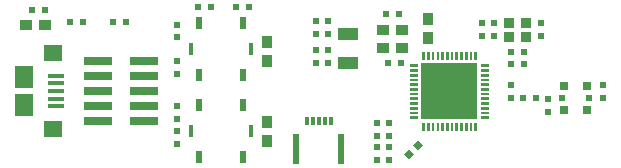
<source format=gtp>
G75*
%MOIN*%
%OFA0B0*%
%FSLAX25Y25*%
%IPPOS*%
%LPD*%
%AMOC8*
5,1,8,0,0,1.08239X$1,22.5*
%
%ADD10C,0.00236*%
%ADD11R,0.18504X0.18504*%
%ADD12R,0.03740X0.03346*%
%ADD13R,0.02362X0.02362*%
%ADD14R,0.04134X0.03543*%
%ADD15R,0.02362X0.02362*%
%ADD16R,0.03543X0.04134*%
%ADD17R,0.07087X0.03937*%
%ADD18R,0.03150X0.02953*%
%ADD19R,0.02283X0.01969*%
%ADD20R,0.01378X0.03150*%
%ADD21R,0.02362X0.10236*%
%ADD22R,0.09449X0.02992*%
%ADD23R,0.05315X0.01575*%
%ADD24R,0.06299X0.05512*%
%ADD25R,0.06102X0.07480*%
%ADD26R,0.02362X0.03937*%
%ADD27R,0.01772X0.03937*%
D10*
X0137784Y0037339D02*
X0140106Y0037339D01*
X0137784Y0037339D02*
X0137784Y0037889D01*
X0140106Y0037889D01*
X0140106Y0037339D01*
X0140106Y0037574D02*
X0137784Y0037574D01*
X0137784Y0037809D02*
X0140106Y0037809D01*
X0140106Y0038914D02*
X0137784Y0038914D01*
X0137784Y0039464D01*
X0140106Y0039464D01*
X0140106Y0038914D01*
X0140106Y0039149D02*
X0137784Y0039149D01*
X0137784Y0039384D02*
X0140106Y0039384D01*
X0140106Y0040489D02*
X0137784Y0040489D01*
X0137784Y0041039D01*
X0140106Y0041039D01*
X0140106Y0040489D01*
X0140106Y0040724D02*
X0137784Y0040724D01*
X0137784Y0040959D02*
X0140106Y0040959D01*
X0140106Y0042064D02*
X0137784Y0042064D01*
X0137784Y0042614D01*
X0140106Y0042614D01*
X0140106Y0042064D01*
X0140106Y0042299D02*
X0137784Y0042299D01*
X0137784Y0042534D02*
X0140106Y0042534D01*
X0140106Y0043638D02*
X0137784Y0043638D01*
X0137784Y0044188D01*
X0140106Y0044188D01*
X0140106Y0043638D01*
X0140106Y0043873D02*
X0137784Y0043873D01*
X0137784Y0044108D02*
X0140106Y0044108D01*
X0140106Y0045213D02*
X0137784Y0045213D01*
X0137784Y0045763D01*
X0140106Y0045763D01*
X0140106Y0045213D01*
X0140106Y0045448D02*
X0137784Y0045448D01*
X0137784Y0045683D02*
X0140106Y0045683D01*
X0140106Y0046788D02*
X0137784Y0046788D01*
X0137784Y0047338D01*
X0140106Y0047338D01*
X0140106Y0046788D01*
X0140106Y0047023D02*
X0137784Y0047023D01*
X0137784Y0047258D02*
X0140106Y0047258D01*
X0140106Y0048363D02*
X0137784Y0048363D01*
X0137784Y0048913D01*
X0140106Y0048913D01*
X0140106Y0048363D01*
X0140106Y0048598D02*
X0137784Y0048598D01*
X0137784Y0048833D02*
X0140106Y0048833D01*
X0140106Y0049938D02*
X0137784Y0049938D01*
X0137784Y0050488D01*
X0140106Y0050488D01*
X0140106Y0049938D01*
X0140106Y0050173D02*
X0137784Y0050173D01*
X0137784Y0050408D02*
X0140106Y0050408D01*
X0140106Y0051512D02*
X0137784Y0051512D01*
X0137784Y0052062D01*
X0140106Y0052062D01*
X0140106Y0051512D01*
X0140106Y0051747D02*
X0137784Y0051747D01*
X0137784Y0051982D02*
X0140106Y0051982D01*
X0140106Y0053087D02*
X0137784Y0053087D01*
X0137784Y0053637D01*
X0140106Y0053637D01*
X0140106Y0053087D01*
X0140106Y0053322D02*
X0137784Y0053322D01*
X0137784Y0053557D02*
X0140106Y0053557D01*
X0140106Y0054662D02*
X0137784Y0054662D01*
X0137784Y0055212D01*
X0140106Y0055212D01*
X0140106Y0054662D01*
X0140106Y0054897D02*
X0137784Y0054897D01*
X0137784Y0055132D02*
X0140106Y0055132D01*
X0141819Y0056926D02*
X0141819Y0059248D01*
X0142369Y0059248D01*
X0142369Y0056926D01*
X0141819Y0056926D01*
X0141819Y0057161D02*
X0142369Y0057161D01*
X0142369Y0057396D02*
X0141819Y0057396D01*
X0141819Y0057631D02*
X0142369Y0057631D01*
X0142369Y0057866D02*
X0141819Y0057866D01*
X0141819Y0058101D02*
X0142369Y0058101D01*
X0142369Y0058336D02*
X0141819Y0058336D01*
X0141819Y0058571D02*
X0142369Y0058571D01*
X0142369Y0058806D02*
X0141819Y0058806D01*
X0141819Y0059041D02*
X0142369Y0059041D01*
X0143394Y0059248D02*
X0143394Y0056926D01*
X0143394Y0059248D02*
X0143944Y0059248D01*
X0143944Y0056926D01*
X0143394Y0056926D01*
X0143394Y0057161D02*
X0143944Y0057161D01*
X0143944Y0057396D02*
X0143394Y0057396D01*
X0143394Y0057631D02*
X0143944Y0057631D01*
X0143944Y0057866D02*
X0143394Y0057866D01*
X0143394Y0058101D02*
X0143944Y0058101D01*
X0143944Y0058336D02*
X0143394Y0058336D01*
X0143394Y0058571D02*
X0143944Y0058571D01*
X0143944Y0058806D02*
X0143394Y0058806D01*
X0143394Y0059041D02*
X0143944Y0059041D01*
X0144969Y0059248D02*
X0144969Y0056926D01*
X0144969Y0059248D02*
X0145519Y0059248D01*
X0145519Y0056926D01*
X0144969Y0056926D01*
X0144969Y0057161D02*
X0145519Y0057161D01*
X0145519Y0057396D02*
X0144969Y0057396D01*
X0144969Y0057631D02*
X0145519Y0057631D01*
X0145519Y0057866D02*
X0144969Y0057866D01*
X0144969Y0058101D02*
X0145519Y0058101D01*
X0145519Y0058336D02*
X0144969Y0058336D01*
X0144969Y0058571D02*
X0145519Y0058571D01*
X0145519Y0058806D02*
X0144969Y0058806D01*
X0144969Y0059041D02*
X0145519Y0059041D01*
X0146544Y0059248D02*
X0146544Y0056926D01*
X0146544Y0059248D02*
X0147094Y0059248D01*
X0147094Y0056926D01*
X0146544Y0056926D01*
X0146544Y0057161D02*
X0147094Y0057161D01*
X0147094Y0057396D02*
X0146544Y0057396D01*
X0146544Y0057631D02*
X0147094Y0057631D01*
X0147094Y0057866D02*
X0146544Y0057866D01*
X0146544Y0058101D02*
X0147094Y0058101D01*
X0147094Y0058336D02*
X0146544Y0058336D01*
X0146544Y0058571D02*
X0147094Y0058571D01*
X0147094Y0058806D02*
X0146544Y0058806D01*
X0146544Y0059041D02*
X0147094Y0059041D01*
X0148119Y0059248D02*
X0148119Y0056926D01*
X0148119Y0059248D02*
X0148669Y0059248D01*
X0148669Y0056926D01*
X0148119Y0056926D01*
X0148119Y0057161D02*
X0148669Y0057161D01*
X0148669Y0057396D02*
X0148119Y0057396D01*
X0148119Y0057631D02*
X0148669Y0057631D01*
X0148669Y0057866D02*
X0148119Y0057866D01*
X0148119Y0058101D02*
X0148669Y0058101D01*
X0148669Y0058336D02*
X0148119Y0058336D01*
X0148119Y0058571D02*
X0148669Y0058571D01*
X0148669Y0058806D02*
X0148119Y0058806D01*
X0148119Y0059041D02*
X0148669Y0059041D01*
X0149694Y0059248D02*
X0149694Y0056926D01*
X0149694Y0059248D02*
X0150244Y0059248D01*
X0150244Y0056926D01*
X0149694Y0056926D01*
X0149694Y0057161D02*
X0150244Y0057161D01*
X0150244Y0057396D02*
X0149694Y0057396D01*
X0149694Y0057631D02*
X0150244Y0057631D01*
X0150244Y0057866D02*
X0149694Y0057866D01*
X0149694Y0058101D02*
X0150244Y0058101D01*
X0150244Y0058336D02*
X0149694Y0058336D01*
X0149694Y0058571D02*
X0150244Y0058571D01*
X0150244Y0058806D02*
X0149694Y0058806D01*
X0149694Y0059041D02*
X0150244Y0059041D01*
X0151268Y0059248D02*
X0151268Y0056926D01*
X0151268Y0059248D02*
X0151818Y0059248D01*
X0151818Y0056926D01*
X0151268Y0056926D01*
X0151268Y0057161D02*
X0151818Y0057161D01*
X0151818Y0057396D02*
X0151268Y0057396D01*
X0151268Y0057631D02*
X0151818Y0057631D01*
X0151818Y0057866D02*
X0151268Y0057866D01*
X0151268Y0058101D02*
X0151818Y0058101D01*
X0151818Y0058336D02*
X0151268Y0058336D01*
X0151268Y0058571D02*
X0151818Y0058571D01*
X0151818Y0058806D02*
X0151268Y0058806D01*
X0151268Y0059041D02*
X0151818Y0059041D01*
X0152843Y0059248D02*
X0152843Y0056926D01*
X0152843Y0059248D02*
X0153393Y0059248D01*
X0153393Y0056926D01*
X0152843Y0056926D01*
X0152843Y0057161D02*
X0153393Y0057161D01*
X0153393Y0057396D02*
X0152843Y0057396D01*
X0152843Y0057631D02*
X0153393Y0057631D01*
X0153393Y0057866D02*
X0152843Y0057866D01*
X0152843Y0058101D02*
X0153393Y0058101D01*
X0153393Y0058336D02*
X0152843Y0058336D01*
X0152843Y0058571D02*
X0153393Y0058571D01*
X0153393Y0058806D02*
X0152843Y0058806D01*
X0152843Y0059041D02*
X0153393Y0059041D01*
X0154418Y0059248D02*
X0154418Y0056926D01*
X0154418Y0059248D02*
X0154968Y0059248D01*
X0154968Y0056926D01*
X0154418Y0056926D01*
X0154418Y0057161D02*
X0154968Y0057161D01*
X0154968Y0057396D02*
X0154418Y0057396D01*
X0154418Y0057631D02*
X0154968Y0057631D01*
X0154968Y0057866D02*
X0154418Y0057866D01*
X0154418Y0058101D02*
X0154968Y0058101D01*
X0154968Y0058336D02*
X0154418Y0058336D01*
X0154418Y0058571D02*
X0154968Y0058571D01*
X0154968Y0058806D02*
X0154418Y0058806D01*
X0154418Y0059041D02*
X0154968Y0059041D01*
X0155993Y0059248D02*
X0155993Y0056926D01*
X0155993Y0059248D02*
X0156543Y0059248D01*
X0156543Y0056926D01*
X0155993Y0056926D01*
X0155993Y0057161D02*
X0156543Y0057161D01*
X0156543Y0057396D02*
X0155993Y0057396D01*
X0155993Y0057631D02*
X0156543Y0057631D01*
X0156543Y0057866D02*
X0155993Y0057866D01*
X0155993Y0058101D02*
X0156543Y0058101D01*
X0156543Y0058336D02*
X0155993Y0058336D01*
X0155993Y0058571D02*
X0156543Y0058571D01*
X0156543Y0058806D02*
X0155993Y0058806D01*
X0155993Y0059041D02*
X0156543Y0059041D01*
X0157568Y0059248D02*
X0157568Y0056926D01*
X0157568Y0059248D02*
X0158118Y0059248D01*
X0158118Y0056926D01*
X0157568Y0056926D01*
X0157568Y0057161D02*
X0158118Y0057161D01*
X0158118Y0057396D02*
X0157568Y0057396D01*
X0157568Y0057631D02*
X0158118Y0057631D01*
X0158118Y0057866D02*
X0157568Y0057866D01*
X0157568Y0058101D02*
X0158118Y0058101D01*
X0158118Y0058336D02*
X0157568Y0058336D01*
X0157568Y0058571D02*
X0158118Y0058571D01*
X0158118Y0058806D02*
X0157568Y0058806D01*
X0157568Y0059041D02*
X0158118Y0059041D01*
X0159142Y0059248D02*
X0159142Y0056926D01*
X0159142Y0059248D02*
X0159692Y0059248D01*
X0159692Y0056926D01*
X0159142Y0056926D01*
X0159142Y0057161D02*
X0159692Y0057161D01*
X0159692Y0057396D02*
X0159142Y0057396D01*
X0159142Y0057631D02*
X0159692Y0057631D01*
X0159692Y0057866D02*
X0159142Y0057866D01*
X0159142Y0058101D02*
X0159692Y0058101D01*
X0159692Y0058336D02*
X0159142Y0058336D01*
X0159142Y0058571D02*
X0159692Y0058571D01*
X0159692Y0058806D02*
X0159142Y0058806D01*
X0159142Y0059041D02*
X0159692Y0059041D01*
X0161406Y0055212D02*
X0163728Y0055212D01*
X0163728Y0054662D01*
X0161406Y0054662D01*
X0161406Y0055212D01*
X0161406Y0054897D02*
X0163728Y0054897D01*
X0163728Y0055132D02*
X0161406Y0055132D01*
X0161406Y0053637D02*
X0163728Y0053637D01*
X0163728Y0053087D01*
X0161406Y0053087D01*
X0161406Y0053637D01*
X0161406Y0053322D02*
X0163728Y0053322D01*
X0163728Y0053557D02*
X0161406Y0053557D01*
X0161406Y0052062D02*
X0163728Y0052062D01*
X0163728Y0051512D01*
X0161406Y0051512D01*
X0161406Y0052062D01*
X0161406Y0051747D02*
X0163728Y0051747D01*
X0163728Y0051982D02*
X0161406Y0051982D01*
X0161406Y0050488D02*
X0163728Y0050488D01*
X0163728Y0049938D01*
X0161406Y0049938D01*
X0161406Y0050488D01*
X0161406Y0050173D02*
X0163728Y0050173D01*
X0163728Y0050408D02*
X0161406Y0050408D01*
X0161406Y0048913D02*
X0163728Y0048913D01*
X0163728Y0048363D01*
X0161406Y0048363D01*
X0161406Y0048913D01*
X0161406Y0048598D02*
X0163728Y0048598D01*
X0163728Y0048833D02*
X0161406Y0048833D01*
X0161406Y0047338D02*
X0163728Y0047338D01*
X0163728Y0046788D01*
X0161406Y0046788D01*
X0161406Y0047338D01*
X0161406Y0047023D02*
X0163728Y0047023D01*
X0163728Y0047258D02*
X0161406Y0047258D01*
X0161406Y0045763D02*
X0163728Y0045763D01*
X0163728Y0045213D01*
X0161406Y0045213D01*
X0161406Y0045763D01*
X0161406Y0045448D02*
X0163728Y0045448D01*
X0163728Y0045683D02*
X0161406Y0045683D01*
X0161406Y0044188D02*
X0163728Y0044188D01*
X0163728Y0043638D01*
X0161406Y0043638D01*
X0161406Y0044188D01*
X0161406Y0043873D02*
X0163728Y0043873D01*
X0163728Y0044108D02*
X0161406Y0044108D01*
X0161406Y0042614D02*
X0163728Y0042614D01*
X0163728Y0042064D01*
X0161406Y0042064D01*
X0161406Y0042614D01*
X0161406Y0042299D02*
X0163728Y0042299D01*
X0163728Y0042534D02*
X0161406Y0042534D01*
X0161406Y0041039D02*
X0163728Y0041039D01*
X0163728Y0040489D01*
X0161406Y0040489D01*
X0161406Y0041039D01*
X0161406Y0040724D02*
X0163728Y0040724D01*
X0163728Y0040959D02*
X0161406Y0040959D01*
X0161406Y0039464D02*
X0163728Y0039464D01*
X0163728Y0038914D01*
X0161406Y0038914D01*
X0161406Y0039464D01*
X0161406Y0039149D02*
X0163728Y0039149D01*
X0163728Y0039384D02*
X0161406Y0039384D01*
X0161406Y0037889D02*
X0163728Y0037889D01*
X0163728Y0037339D01*
X0161406Y0037339D01*
X0161406Y0037889D01*
X0161406Y0037574D02*
X0163728Y0037574D01*
X0163728Y0037809D02*
X0161406Y0037809D01*
X0159692Y0035626D02*
X0159692Y0033304D01*
X0159142Y0033304D01*
X0159142Y0035626D01*
X0159692Y0035626D01*
X0159692Y0033539D02*
X0159142Y0033539D01*
X0159142Y0033774D02*
X0159692Y0033774D01*
X0159692Y0034009D02*
X0159142Y0034009D01*
X0159142Y0034244D02*
X0159692Y0034244D01*
X0159692Y0034479D02*
X0159142Y0034479D01*
X0159142Y0034714D02*
X0159692Y0034714D01*
X0159692Y0034949D02*
X0159142Y0034949D01*
X0159142Y0035184D02*
X0159692Y0035184D01*
X0159692Y0035419D02*
X0159142Y0035419D01*
X0158118Y0035626D02*
X0158118Y0033304D01*
X0157568Y0033304D01*
X0157568Y0035626D01*
X0158118Y0035626D01*
X0158118Y0033539D02*
X0157568Y0033539D01*
X0157568Y0033774D02*
X0158118Y0033774D01*
X0158118Y0034009D02*
X0157568Y0034009D01*
X0157568Y0034244D02*
X0158118Y0034244D01*
X0158118Y0034479D02*
X0157568Y0034479D01*
X0157568Y0034714D02*
X0158118Y0034714D01*
X0158118Y0034949D02*
X0157568Y0034949D01*
X0157568Y0035184D02*
X0158118Y0035184D01*
X0158118Y0035419D02*
X0157568Y0035419D01*
X0156543Y0035626D02*
X0156543Y0033304D01*
X0155993Y0033304D01*
X0155993Y0035626D01*
X0156543Y0035626D01*
X0156543Y0033539D02*
X0155993Y0033539D01*
X0155993Y0033774D02*
X0156543Y0033774D01*
X0156543Y0034009D02*
X0155993Y0034009D01*
X0155993Y0034244D02*
X0156543Y0034244D01*
X0156543Y0034479D02*
X0155993Y0034479D01*
X0155993Y0034714D02*
X0156543Y0034714D01*
X0156543Y0034949D02*
X0155993Y0034949D01*
X0155993Y0035184D02*
X0156543Y0035184D01*
X0156543Y0035419D02*
X0155993Y0035419D01*
X0154968Y0035626D02*
X0154968Y0033304D01*
X0154418Y0033304D01*
X0154418Y0035626D01*
X0154968Y0035626D01*
X0154968Y0033539D02*
X0154418Y0033539D01*
X0154418Y0033774D02*
X0154968Y0033774D01*
X0154968Y0034009D02*
X0154418Y0034009D01*
X0154418Y0034244D02*
X0154968Y0034244D01*
X0154968Y0034479D02*
X0154418Y0034479D01*
X0154418Y0034714D02*
X0154968Y0034714D01*
X0154968Y0034949D02*
X0154418Y0034949D01*
X0154418Y0035184D02*
X0154968Y0035184D01*
X0154968Y0035419D02*
X0154418Y0035419D01*
X0153393Y0035626D02*
X0153393Y0033304D01*
X0152843Y0033304D01*
X0152843Y0035626D01*
X0153393Y0035626D01*
X0153393Y0033539D02*
X0152843Y0033539D01*
X0152843Y0033774D02*
X0153393Y0033774D01*
X0153393Y0034009D02*
X0152843Y0034009D01*
X0152843Y0034244D02*
X0153393Y0034244D01*
X0153393Y0034479D02*
X0152843Y0034479D01*
X0152843Y0034714D02*
X0153393Y0034714D01*
X0153393Y0034949D02*
X0152843Y0034949D01*
X0152843Y0035184D02*
X0153393Y0035184D01*
X0153393Y0035419D02*
X0152843Y0035419D01*
X0151818Y0035626D02*
X0151818Y0033304D01*
X0151268Y0033304D01*
X0151268Y0035626D01*
X0151818Y0035626D01*
X0151818Y0033539D02*
X0151268Y0033539D01*
X0151268Y0033774D02*
X0151818Y0033774D01*
X0151818Y0034009D02*
X0151268Y0034009D01*
X0151268Y0034244D02*
X0151818Y0034244D01*
X0151818Y0034479D02*
X0151268Y0034479D01*
X0151268Y0034714D02*
X0151818Y0034714D01*
X0151818Y0034949D02*
X0151268Y0034949D01*
X0151268Y0035184D02*
X0151818Y0035184D01*
X0151818Y0035419D02*
X0151268Y0035419D01*
X0150244Y0035626D02*
X0150244Y0033304D01*
X0149694Y0033304D01*
X0149694Y0035626D01*
X0150244Y0035626D01*
X0150244Y0033539D02*
X0149694Y0033539D01*
X0149694Y0033774D02*
X0150244Y0033774D01*
X0150244Y0034009D02*
X0149694Y0034009D01*
X0149694Y0034244D02*
X0150244Y0034244D01*
X0150244Y0034479D02*
X0149694Y0034479D01*
X0149694Y0034714D02*
X0150244Y0034714D01*
X0150244Y0034949D02*
X0149694Y0034949D01*
X0149694Y0035184D02*
X0150244Y0035184D01*
X0150244Y0035419D02*
X0149694Y0035419D01*
X0148669Y0035626D02*
X0148669Y0033304D01*
X0148119Y0033304D01*
X0148119Y0035626D01*
X0148669Y0035626D01*
X0148669Y0033539D02*
X0148119Y0033539D01*
X0148119Y0033774D02*
X0148669Y0033774D01*
X0148669Y0034009D02*
X0148119Y0034009D01*
X0148119Y0034244D02*
X0148669Y0034244D01*
X0148669Y0034479D02*
X0148119Y0034479D01*
X0148119Y0034714D02*
X0148669Y0034714D01*
X0148669Y0034949D02*
X0148119Y0034949D01*
X0148119Y0035184D02*
X0148669Y0035184D01*
X0148669Y0035419D02*
X0148119Y0035419D01*
X0147094Y0035626D02*
X0147094Y0033304D01*
X0146544Y0033304D01*
X0146544Y0035626D01*
X0147094Y0035626D01*
X0147094Y0033539D02*
X0146544Y0033539D01*
X0146544Y0033774D02*
X0147094Y0033774D01*
X0147094Y0034009D02*
X0146544Y0034009D01*
X0146544Y0034244D02*
X0147094Y0034244D01*
X0147094Y0034479D02*
X0146544Y0034479D01*
X0146544Y0034714D02*
X0147094Y0034714D01*
X0147094Y0034949D02*
X0146544Y0034949D01*
X0146544Y0035184D02*
X0147094Y0035184D01*
X0147094Y0035419D02*
X0146544Y0035419D01*
X0145519Y0035626D02*
X0145519Y0033304D01*
X0144969Y0033304D01*
X0144969Y0035626D01*
X0145519Y0035626D01*
X0145519Y0033539D02*
X0144969Y0033539D01*
X0144969Y0033774D02*
X0145519Y0033774D01*
X0145519Y0034009D02*
X0144969Y0034009D01*
X0144969Y0034244D02*
X0145519Y0034244D01*
X0145519Y0034479D02*
X0144969Y0034479D01*
X0144969Y0034714D02*
X0145519Y0034714D01*
X0145519Y0034949D02*
X0144969Y0034949D01*
X0144969Y0035184D02*
X0145519Y0035184D01*
X0145519Y0035419D02*
X0144969Y0035419D01*
X0143944Y0035626D02*
X0143944Y0033304D01*
X0143394Y0033304D01*
X0143394Y0035626D01*
X0143944Y0035626D01*
X0143944Y0033539D02*
X0143394Y0033539D01*
X0143394Y0033774D02*
X0143944Y0033774D01*
X0143944Y0034009D02*
X0143394Y0034009D01*
X0143394Y0034244D02*
X0143944Y0034244D01*
X0143944Y0034479D02*
X0143394Y0034479D01*
X0143394Y0034714D02*
X0143944Y0034714D01*
X0143944Y0034949D02*
X0143394Y0034949D01*
X0143394Y0035184D02*
X0143944Y0035184D01*
X0143944Y0035419D02*
X0143394Y0035419D01*
X0142369Y0035626D02*
X0142369Y0033304D01*
X0141819Y0033304D01*
X0141819Y0035626D01*
X0142369Y0035626D01*
X0142369Y0033539D02*
X0141819Y0033539D01*
X0141819Y0033774D02*
X0142369Y0033774D01*
X0142369Y0034009D02*
X0141819Y0034009D01*
X0141819Y0034244D02*
X0142369Y0034244D01*
X0142369Y0034479D02*
X0141819Y0034479D01*
X0141819Y0034714D02*
X0142369Y0034714D01*
X0142369Y0034949D02*
X0141819Y0034949D01*
X0141819Y0035184D02*
X0142369Y0035184D01*
X0142369Y0035419D02*
X0141819Y0035419D01*
D11*
X0150756Y0046276D03*
D12*
X0170736Y0064484D03*
X0176445Y0064484D03*
X0176445Y0069012D03*
X0170736Y0069012D03*
D13*
X0165717Y0068913D03*
X0161780Y0068913D03*
X0161780Y0064583D03*
X0165717Y0064583D03*
X0171425Y0059268D03*
X0175756Y0059268D03*
X0175756Y0055331D03*
X0171425Y0055331D03*
X0171228Y0048441D03*
X0171228Y0044110D03*
X0175362Y0044110D03*
X0179693Y0044110D03*
X0183827Y0043717D03*
X0183827Y0039386D03*
X0201937Y0043913D03*
X0201937Y0048244D03*
X0181465Y0064583D03*
X0181465Y0068913D03*
X0134024Y0071866D03*
X0129693Y0071866D03*
X0110205Y0069701D03*
X0106268Y0069701D03*
X0106268Y0065370D03*
X0110205Y0065370D03*
X0110205Y0059858D03*
X0106268Y0059858D03*
X0106268Y0055528D03*
X0110205Y0055528D03*
X0130480Y0055724D03*
X0134811Y0055724D03*
X0130677Y0035843D03*
X0126740Y0035843D03*
X0126740Y0031512D03*
X0130677Y0031512D03*
X0130677Y0027575D03*
X0126740Y0027575D03*
X0126740Y0023244D03*
X0130677Y0023244D03*
X0060047Y0028756D03*
X0060047Y0033087D03*
X0060047Y0037024D03*
X0060047Y0041354D03*
X0060047Y0051984D03*
X0060047Y0056315D03*
X0060047Y0064189D03*
X0060047Y0068520D03*
X0066937Y0074228D03*
X0071268Y0074228D03*
X0079535Y0074228D03*
X0083866Y0074228D03*
X0043118Y0069504D03*
X0038787Y0069504D03*
X0028551Y0069504D03*
X0024220Y0069504D03*
X0016150Y0073441D03*
X0011819Y0073441D03*
D14*
X0009654Y0068323D03*
X0015953Y0068323D03*
X0128709Y0066748D03*
X0135008Y0066748D03*
X0135008Y0060843D03*
X0128709Y0060843D03*
D15*
G36*
X0138806Y0028515D02*
X0140476Y0030185D01*
X0142146Y0028515D01*
X0140476Y0026845D01*
X0138806Y0028515D01*
G37*
G36*
X0135744Y0025453D02*
X0137414Y0027123D01*
X0139084Y0025453D01*
X0137414Y0023783D01*
X0135744Y0025453D01*
G37*
D16*
X0089969Y0029740D03*
X0089969Y0036039D03*
X0089969Y0056512D03*
X0089969Y0062811D03*
X0143669Y0063992D03*
X0143669Y0070291D03*
D17*
X0116898Y0065370D03*
X0116898Y0055528D03*
D18*
X0189142Y0048146D03*
X0196622Y0048146D03*
X0196622Y0040075D03*
X0189142Y0040075D03*
D19*
X0188315Y0044110D03*
X0197449Y0044110D03*
D20*
X0111268Y0036197D03*
X0109299Y0036197D03*
X0107331Y0036197D03*
X0105362Y0036197D03*
X0103394Y0036197D03*
D21*
X0099850Y0027142D03*
X0114811Y0027142D03*
D22*
X0049181Y0036394D03*
X0049181Y0041394D03*
X0049181Y0046394D03*
X0049181Y0051394D03*
X0049181Y0056394D03*
X0033827Y0056394D03*
X0033827Y0051394D03*
X0033827Y0046394D03*
X0033827Y0041394D03*
X0033827Y0036394D03*
D23*
X0019535Y0041276D03*
X0019535Y0043835D03*
X0019535Y0046394D03*
X0019535Y0048953D03*
X0019535Y0051512D03*
D24*
X0018650Y0058992D03*
X0018650Y0033795D03*
D25*
X0009004Y0041669D03*
X0009004Y0051118D03*
D26*
X0067331Y0024228D03*
X0081898Y0024228D03*
X0081898Y0041551D03*
X0067331Y0041551D03*
X0067331Y0051787D03*
X0081898Y0051787D03*
X0081898Y0069110D03*
X0067331Y0069110D03*
D27*
X0064673Y0060449D03*
X0084555Y0060449D03*
X0084555Y0032890D03*
X0064673Y0032890D03*
M02*

</source>
